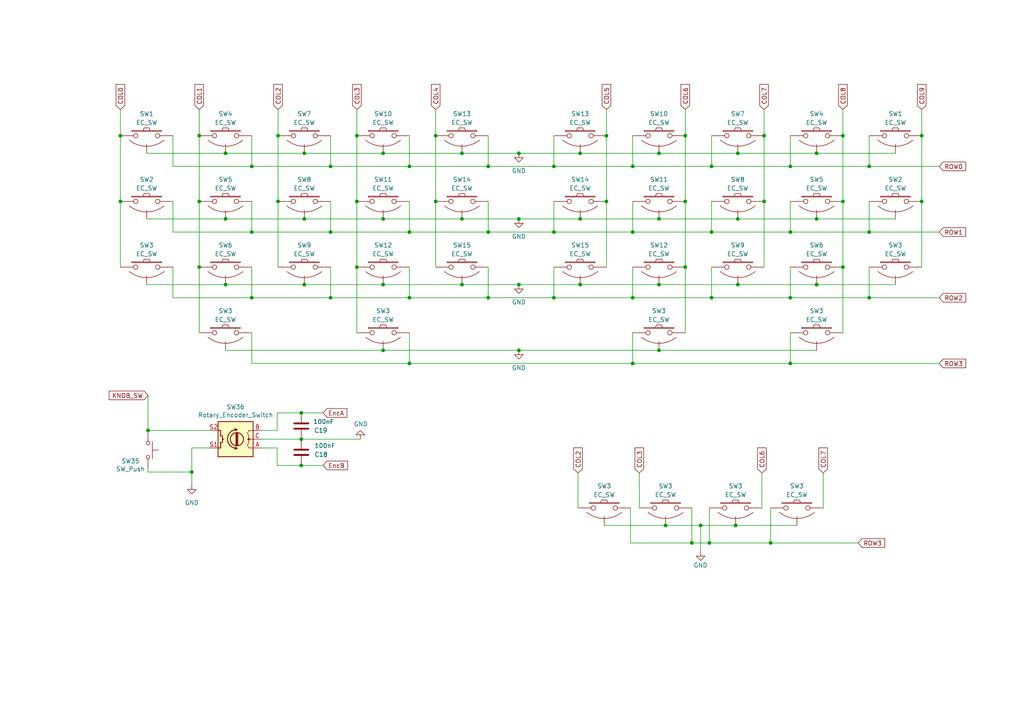
<source format=kicad_sch>
(kicad_sch (version 20230121) (generator eeschema)
  (paper "A4")
  (title_block (title "Le Capybara") (date "2023-09-01") (rev "0.2") (company "sporkus"))
  (lib_symbols
    (symbol "Device:C" (pin_numbers hide) (pin_names (offset 0.254))
      (property "Reference" "C" (at 0.635 2.54 0))
      (property "Value" "C" (at 0.635 -2.54 0))
      (symbol "C_0_1"
        (polyline (pts (xy -2.032 -0.762) (xy 2.032 -0.762)) (stroke (width 0.508)))
        (polyline (pts (xy -2.032 0.762) (xy 2.032 0.762)) (stroke (width 0.508)))
      )
      (symbol "C_1_1"
        (pin passive line (at 0 3.81 270) (length 2.794) (name "~") (number "1"))
        (pin passive line (at 0 -3.81 90) (length 2.794) (name "~") (number "2"))
      )
    )
    (symbol "LeChiffre-rescue:Rotary_Encoder_Switch-Device" (pin_names (offset 0.254) hide)
      (property "Reference" "SW" (at 0 6.604 0))
      (property "Value" "Rotary_Encoder_Switch-Device" (at 0 -6.604 0))
      (symbol "Rotary_Encoder_Switch-Device_0_1"
        (rectangle (start -5.08 5.08) (end 5.08 -5.08) (stroke (width 0.254)) (fill (type background)))
        (circle (center -3.81 0) (radius 0.254) (fill (type outline)))
        (arc (start -0.381 -2.794) (mid 2.3376 -0.0635) (end -0.381 2.667) (stroke (width 0.254)))
        (circle (center -0.381 0) (radius 1.905) (stroke (width 0.254)))
        (polyline (pts (xy -0.635 -1.778) (xy -0.635 1.778)) (stroke (width 0.254)))
        (polyline (pts (xy -0.381 -1.778) (xy -0.381 1.778)) (stroke (width 0.254)))
        (polyline (pts (xy -0.127 1.778) (xy -0.127 -1.778)) (stroke (width 0.254)))
        (polyline (pts (xy 3.81 0) (xy 3.429 0)) (stroke (width 0.254)))
        (polyline (pts (xy 3.81 1.016) (xy 3.81 -1.016)) (stroke (width 0.254)))
        (polyline (pts (xy -5.08 -2.54) (xy -3.81 -2.54) (xy -3.81 -2.032)))
        (polyline (pts (xy -5.08 2.54) (xy -3.81 2.54) (xy -3.81 2.032)))
        (polyline (pts (xy 0.254 -3.048) (xy -0.508 -2.794) (xy 0.127 -2.413)) (stroke (width 0.254)))
        (polyline (pts (xy 0.254 2.921) (xy -0.508 2.667) (xy 0.127 2.286)) (stroke (width 0.254)))
        (polyline (pts (xy 5.08 -2.54) (xy 4.318 -2.54) (xy 4.318 -1.016)) (stroke (width 0.254)))
        (polyline (pts (xy 5.08 2.54) (xy 4.318 2.54) (xy 4.318 1.016)) (stroke (width 0.254)))
        (polyline (pts (xy -5.08 0) (xy -3.81 0) (xy -3.81 -1.016) (xy -3.302 -2.032)))
        (polyline (pts (xy -4.318 0) (xy -3.81 0) (xy -3.81 1.016) (xy -3.302 2.032)))
        (circle (center 4.318 -1.016) (radius 0.127) (stroke (width 0.254)))
        (circle (center 4.318 1.016) (radius 0.127) (stroke (width 0.254)))
      )
      (symbol "Rotary_Encoder_Switch-Device_1_1"
        (pin passive line (at -7.62 2.54 0) (length 2.54) (name "A") (number "A"))
        (pin passive line (at -7.62 -2.54 0) (length 2.54) (name "B") (number "B"))
        (pin passive line (at -7.62 0 0) (length 2.54) (name "C") (number "C"))
        (pin passive line (at 7.62 2.54 180) (length 2.54) (name "S1") (number "S1"))
        (pin passive line (at 7.62 -2.54 180) (length 2.54) (name "S2") (number "S2"))
      )
    )
    (symbol "Switch:SW_Push" (pin_numbers hide) (pin_names (offset 1.016) hide)
      (property "Reference" "SW" (at 1.27 2.54 0))
      (property "Value" "SW_Push" (at 0 -1.524 0))
      (symbol "SW_Push_0_1"
        (circle (center -2.032 0) (radius 0.508))
        (polyline (pts (xy 0 1.27) (xy 0 3.048)))
        (polyline (pts (xy 2.54 1.27) (xy -2.54 1.27)))
        (circle (center 2.032 0) (radius 0.508))
        (pin passive line (at -5.08 0 0) (length 2.54) (name "1") (number "1"))
        (pin passive line (at 5.08 0 180) (length 2.54) (name "2") (number "2"))
      )
    )
    (symbol "cipulot_parts:EC_SW" (pin_numbers hide) (pin_names (offset 1.016) hide)
      (property "Reference" "SW" (at 3.81 2.794 0))
      (property "Value" "EC_SW" (at -3.81 3.81 0))
      (symbol "EC_SW_0_1"
        (arc (start -5.08 -1.27) (mid 0 -3.052) (end 5.08 -1.27))
        (rectangle (start -4.318 1.27) (end 4.318 1.524))
        (polyline (pts (xy -1.016 1.524) (xy -0.762 2.286) (xy 0.762 2.286) (xy 1.016 1.524)))
        (pin passive inverted (at -7.62 0 0) (length 5.08) (name "1") (number "1"))
        (pin passive inverted (at 7.62 0 180) (length 5.08) (name "2") (number "2"))
      )
      (symbol "EC_SW_1_1"
        (pin input line (at 0 -5.08 90) (length 2.54) (name "SG") (number "3"))
      )
    )
    (symbol "power:GND" (power) (pin_names (offset 0))
      (property "Value" "GND" (at 0 -3.81 0))
      (symbol "GND_0_1"
        (polyline (pts (xy 0 0) (xy 0 -1.27) (xy 1.27 -1.27) (xy 0 -2.54) (xy -1.27 -1.27) (xy 0 -1.27)))
      )
      (symbol "GND_1_1"
        (pin power_in line (at 0 0 270) (length 0) hide (name "GND") (number "1"))
      )
    )
  )
  (junction (at 221.615 58.42))
  (junction (at 65.405 82.55))
  (junction (at 206.375 86.36))
  (junction (at 111.125 82.55))
  (junction (at 150.495 44.45))
  (junction (at 88.265 82.55))
  (junction (at 236.855 44.45))
  (junction (at 175.895 58.42))
  (junction (at 206.375 67.31))
  (junction (at 73.025 86.36))
  (junction (at 80.645 39.37))
  (junction (at 150.495 63.5))
  (junction (at 87.376 119.761))
  (junction (at 118.745 105.41))
  (junction (at 213.995 82.55))
  (junction (at 183.515 67.31))
  (junction (at 150.495 82.55))
  (junction (at 87.376 135.001))
  (junction (at 126.365 39.37))
  (junction (at 141.605 86.36))
  (junction (at 198.755 39.37))
  (junction (at 34.925 58.42))
  (junction (at 57.785 77.47))
  (junction (at 267.335 58.42))
  (junction (at 200.66 157.48))
  (junction (at 103.505 77.47))
  (junction (at 73.025 67.31))
  (junction (at 213.36 152.4))
  (junction (at 193.04 152.4))
  (junction (at 191.135 82.55))
  (junction (at 229.235 67.31))
  (junction (at 252.095 67.31))
  (junction (at 88.265 63.5))
  (junction (at 244.475 58.42))
  (junction (at 244.475 39.37))
  (junction (at 221.615 39.37))
  (junction (at 95.885 67.31))
  (junction (at 95.885 86.36))
  (junction (at 34.925 39.37))
  (junction (at 223.52 157.48))
  (junction (at 168.275 82.55))
  (junction (at 111.125 63.5))
  (junction (at 87.376 127.381))
  (junction (at 88.265 44.45))
  (junction (at 168.275 44.45))
  (junction (at 118.745 48.26))
  (junction (at 191.135 101.6))
  (junction (at 205.74 157.48))
  (junction (at 126.365 58.42))
  (junction (at 183.515 48.26))
  (junction (at 229.235 105.41))
  (junction (at 267.335 39.37))
  (junction (at 133.985 82.55))
  (junction (at 55.626 136.906))
  (junction (at 111.125 101.6))
  (junction (at 206.375 48.26))
  (junction (at 191.135 63.5))
  (junction (at 213.995 63.5))
  (junction (at 244.475 77.47))
  (junction (at 183.515 105.41))
  (junction (at 198.755 77.47))
  (junction (at 133.985 63.5))
  (junction (at 103.505 58.42))
  (junction (at 141.605 48.26))
  (junction (at 73.025 48.26))
  (junction (at 160.655 67.31))
  (junction (at 168.275 63.5))
  (junction (at 103.505 39.37))
  (junction (at 252.095 86.36))
  (junction (at 198.755 58.42))
  (junction (at 57.785 39.37))
  (junction (at 160.655 86.36))
  (junction (at 118.745 86.36))
  (junction (at 203.2 152.4))
  (junction (at 42.926 124.841))
  (junction (at 111.125 44.45))
  (junction (at 95.885 48.26))
  (junction (at 213.995 44.45))
  (junction (at 229.235 86.36))
  (junction (at 252.095 48.26))
  (junction (at 65.405 44.45))
  (junction (at 133.985 44.45))
  (junction (at 150.495 101.6))
  (junction (at 141.605 67.31))
  (junction (at 65.405 63.5))
  (junction (at 80.645 58.42))
  (junction (at 160.655 48.26))
  (junction (at 183.515 86.36))
  (junction (at 118.745 67.31))
  (junction (at 191.135 44.45))
  (junction (at 236.855 63.5))
  (junction (at 236.855 82.55))
  (junction (at 175.895 39.37))
  (junction (at 57.785 58.42))
  (junction (at 229.235 48.26))
  (wire (pts (xy 206.375 48.26) (xy 183.515 48.26)))
  (wire (pts (xy 236.855 63.5) (xy 213.995 63.5)))
  (wire (pts (xy 87.376 135.001) (xy 80.391 135.001)))
  (wire (pts (xy 34.925 58.42) (xy 34.925 77.47)))
  (wire (pts (xy 88.265 44.45) (xy 111.125 44.45)))
  (wire (pts (xy 73.025 58.42) (xy 73.025 67.31)))
  (wire (pts (xy 50.165 77.47) (xy 50.165 86.36)))
  (wire (pts (xy 42.545 82.55) (xy 65.405 82.55)))
  (wire (pts (xy 252.095 39.37) (xy 252.095 48.26)))
  (wire (pts (xy 198.755 58.42) (xy 198.755 77.47)))
  (wire (pts (xy 42.926 124.841) (xy 60.706 124.841)))
  (wire (pts (xy 34.925 39.37) (xy 34.925 58.42)))
  (wire (pts (xy 191.135 63.5) (xy 168.275 63.5)))
  (wire (pts (xy 42.926 114.681) (xy 42.926 124.841)))
  (wire (pts (xy 272.415 105.41) (xy 229.235 105.41)))
  (wire (pts (xy 229.235 39.37) (xy 229.235 48.26)))
  (wire (pts (xy 57.785 77.47) (xy 57.785 96.52)))
  (wire (pts (xy 111.125 101.6) (xy 150.495 101.6)))
  (wire (pts (xy 73.025 96.52) (xy 73.025 105.41)))
  (wire (pts (xy 87.376 127.381) (xy 104.521 127.381)))
  (wire (pts (xy 191.135 101.6) (xy 236.855 101.6)))
  (wire (pts (xy 141.605 39.37) (xy 141.605 48.26)))
  (wire (pts (xy 229.235 86.36) (xy 206.375 86.36)))
  (wire (pts (xy 111.125 44.45) (xy 133.985 44.45)))
  (wire (pts (xy 183.515 105.41) (xy 229.235 105.41)))
  (wire (pts (xy 223.52 157.48) (xy 205.74 157.48)))
  (wire (pts (xy 267.335 31.75) (xy 267.335 39.37)))
  (wire (pts (xy 182.88 157.48) (xy 200.66 157.48)))
  (wire (pts (xy 236.855 82.55) (xy 213.995 82.55)))
  (wire (pts (xy 65.405 44.45) (xy 88.265 44.45)))
  (wire (pts (xy 229.235 67.31) (xy 206.375 67.31)))
  (wire (pts (xy 206.375 58.42) (xy 206.375 67.31)))
  (wire (pts (xy 259.715 82.55) (xy 236.855 82.55)))
  (wire (pts (xy 183.515 86.36) (xy 160.655 86.36)))
  (wire (pts (xy 200.66 157.48) (xy 200.66 147.32)))
  (wire (pts (xy 272.415 67.31) (xy 252.095 67.31)))
  (wire (pts (xy 141.605 86.36) (xy 160.655 86.36)))
  (wire (pts (xy 168.275 44.45) (xy 150.495 44.45)))
  (wire (pts (xy 55.626 129.921) (xy 60.706 129.921)))
  (wire (pts (xy 182.88 157.48) (xy 182.88 147.32)))
  (wire (pts (xy 141.605 58.42) (xy 141.605 67.31)))
  (wire (pts (xy 213.995 44.45) (xy 191.135 44.45)))
  (wire (pts (xy 80.391 135.001) (xy 80.391 129.921)))
  (wire (pts (xy 73.025 39.37) (xy 73.025 48.26)))
  (wire (pts (xy 272.415 48.26) (xy 252.095 48.26)))
  (wire (pts (xy 118.745 77.47) (xy 118.745 86.36)))
  (wire (pts (xy 183.515 67.31) (xy 160.655 67.31)))
  (wire (pts (xy 65.405 101.6) (xy 111.125 101.6)))
  (wire (pts (xy 229.235 77.47) (xy 229.235 86.36)))
  (wire (pts (xy 229.235 96.52) (xy 229.235 105.41)))
  (wire (pts (xy 200.66 157.48) (xy 205.74 157.48)))
  (wire (pts (xy 206.375 39.37) (xy 206.375 48.26)))
  (wire (pts (xy 103.505 31.75) (xy 103.505 39.37)))
  (wire (pts (xy 103.505 58.42) (xy 103.505 77.47)))
  (wire (pts (xy 80.645 39.37) (xy 80.645 58.42)))
  (wire (pts (xy 50.165 67.31) (xy 73.025 67.31)))
  (wire (pts (xy 87.376 135.001) (xy 93.726 135.001)))
  (wire (pts (xy 88.265 63.5) (xy 111.125 63.5)))
  (wire (pts (xy 267.335 58.42) (xy 267.335 77.47)))
  (wire (pts (xy 95.885 39.37) (xy 95.885 48.26)))
  (wire (pts (xy 95.885 67.31) (xy 118.745 67.31)))
  (wire (pts (xy 118.745 58.42) (xy 118.745 67.31)))
  (wire (pts (xy 267.335 39.37) (xy 267.335 58.42)))
  (wire (pts (xy 244.475 77.47) (xy 244.475 96.52)))
  (wire (pts (xy 213.995 82.55) (xy 191.135 82.55)))
  (wire (pts (xy 57.785 39.37) (xy 57.785 58.42)))
  (wire (pts (xy 252.095 48.26) (xy 229.235 48.26)))
  (wire (pts (xy 185.42 137.16) (xy 185.42 147.32)))
  (wire (pts (xy 95.885 86.36) (xy 118.745 86.36)))
  (wire (pts (xy 118.745 105.41) (xy 183.515 105.41)))
  (wire (pts (xy 252.095 67.31) (xy 229.235 67.31)))
  (wire (pts (xy 126.365 58.42) (xy 126.365 77.47)))
  (wire (pts (xy 95.885 58.42) (xy 95.885 67.31)))
  (wire (pts (xy 175.895 31.75) (xy 175.895 39.37)))
  (wire (pts (xy 220.98 137.16) (xy 220.98 147.32)))
  (wire (pts (xy 221.615 58.42) (xy 221.615 77.47)))
  (wire (pts (xy 118.745 96.52) (xy 118.745 105.41)))
  (wire (pts (xy 252.095 58.42) (xy 252.095 67.31)))
  (wire (pts (xy 50.165 58.42) (xy 50.165 67.31)))
  (wire (pts (xy 168.275 82.55) (xy 150.495 82.55)))
  (wire (pts (xy 88.265 82.55) (xy 111.125 82.55)))
  (wire (pts (xy 259.715 44.45) (xy 236.855 44.45)))
  (wire (pts (xy 42.926 124.841) (xy 42.926 125.476)))
  (wire (pts (xy 42.926 135.636) (xy 42.926 136.906)))
  (wire (pts (xy 206.375 77.47) (xy 206.375 86.36)))
  (wire (pts (xy 175.895 39.37) (xy 175.895 58.42)))
  (wire (pts (xy 126.365 39.37) (xy 126.365 58.42)))
  (wire (pts (xy 141.605 67.31) (xy 160.655 67.31)))
  (wire (pts (xy 80.391 119.761) (xy 87.376 119.761)))
  (wire (pts (xy 183.515 48.26) (xy 160.655 48.26)))
  (wire (pts (xy 57.785 58.42) (xy 57.785 77.47)))
  (wire (pts (xy 95.885 48.26) (xy 118.745 48.26)))
  (wire (pts (xy 103.505 77.47) (xy 103.505 96.52)))
  (wire (pts (xy 175.26 152.4) (xy 193.04 152.4)))
  (wire (pts (xy 160.655 39.37) (xy 160.655 48.26)))
  (wire (pts (xy 34.925 31.75) (xy 34.925 39.37)))
  (wire (pts (xy 244.475 39.37) (xy 244.475 58.42)))
  (wire (pts (xy 238.76 137.16) (xy 238.76 147.32)))
  (wire (pts (xy 160.655 58.42) (xy 160.655 67.31)))
  (wire (pts (xy 244.475 58.42) (xy 244.475 77.47)))
  (wire (pts (xy 73.025 48.26) (xy 95.885 48.26)))
  (wire (pts (xy 50.165 86.36) (xy 73.025 86.36)))
  (wire (pts (xy 80.645 58.42) (xy 80.645 77.47)))
  (wire (pts (xy 221.615 39.37) (xy 221.615 58.42)))
  (wire (pts (xy 150.495 101.6) (xy 191.135 101.6)))
  (wire (pts (xy 87.376 127.381) (xy 75.946 127.381)))
  (wire (pts (xy 42.926 136.906) (xy 55.626 136.906)))
  (wire (pts (xy 80.645 31.75) (xy 80.645 39.37)))
  (wire (pts (xy 65.405 82.55) (xy 88.265 82.55)))
  (wire (pts (xy 80.391 124.841) (xy 75.946 124.841)))
  (wire (pts (xy 203.2 152.4) (xy 213.36 152.4)))
  (wire (pts (xy 80.391 119.761) (xy 80.391 124.841)))
  (wire (pts (xy 103.505 39.37) (xy 103.505 58.42)))
  (wire (pts (xy 223.52 157.48) (xy 223.52 147.32)))
  (wire (pts (xy 118.745 86.36) (xy 141.605 86.36)))
  (wire (pts (xy 183.515 96.52) (xy 183.515 105.41)))
  (wire (pts (xy 65.405 63.5) (xy 88.265 63.5)))
  (wire (pts (xy 95.885 77.47) (xy 95.885 86.36)))
  (wire (pts (xy 168.275 63.5) (xy 150.495 63.5)))
  (wire (pts (xy 42.545 44.45) (xy 65.405 44.45)))
  (wire (pts (xy 118.745 48.26) (xy 141.605 48.26)))
  (wire (pts (xy 118.745 39.37) (xy 118.745 48.26)))
  (wire (pts (xy 87.376 119.761) (xy 93.726 119.761)))
  (wire (pts (xy 150.495 63.5) (xy 133.985 63.5)))
  (wire (pts (xy 175.895 58.42) (xy 175.895 77.47)))
  (wire (pts (xy 259.715 63.5) (xy 236.855 63.5)))
  (wire (pts (xy 141.605 48.26) (xy 160.655 48.26)))
  (wire (pts (xy 231.14 152.4) (xy 213.36 152.4)))
  (wire (pts (xy 73.025 86.36) (xy 95.885 86.36)))
  (wire (pts (xy 203.2 160.02) (xy 203.2 152.4)))
  (wire (pts (xy 141.605 77.47) (xy 141.605 86.36)))
  (wire (pts (xy 55.626 140.716) (xy 55.626 136.906)))
  (wire (pts (xy 206.375 67.31) (xy 183.515 67.31)))
  (wire (pts (xy 193.04 152.4) (xy 203.2 152.4)))
  (wire (pts (xy 42.545 63.5) (xy 65.405 63.5)))
  (wire (pts (xy 236.855 44.45) (xy 213.995 44.45)))
  (wire (pts (xy 183.515 77.47) (xy 183.515 86.36)))
  (wire (pts (xy 50.165 39.37) (xy 50.165 48.26)))
  (wire (pts (xy 55.626 136.906) (xy 55.626 129.921)))
  (wire (pts (xy 118.745 105.41) (xy 73.025 105.41)))
  (wire (pts (xy 191.135 82.55) (xy 168.275 82.55)))
  (wire (pts (xy 252.095 77.47) (xy 252.095 86.36)))
  (wire (pts (xy 73.025 67.31) (xy 95.885 67.31)))
  (wire (pts (xy 167.64 137.16) (xy 167.64 147.32)))
  (wire (pts (xy 229.235 48.26) (xy 206.375 48.26)))
  (wire (pts (xy 126.365 31.75) (xy 126.365 39.37)))
  (wire (pts (xy 50.165 48.26) (xy 73.025 48.26)))
  (wire (pts (xy 111.125 63.5) (xy 133.985 63.5)))
  (wire (pts (xy 223.52 157.48) (xy 248.92 157.48)))
  (wire (pts (xy 206.375 86.36) (xy 183.515 86.36)))
  (wire (pts (xy 198.755 39.37) (xy 198.755 58.42)))
  (wire (pts (xy 198.755 31.75) (xy 198.755 39.37)))
  (wire (pts (xy 191.135 44.45) (xy 168.275 44.45)))
  (wire (pts (xy 111.125 82.55) (xy 133.985 82.55)))
  (wire (pts (xy 118.745 67.31) (xy 141.605 67.31)))
  (wire (pts (xy 160.655 77.47) (xy 160.655 86.36)))
  (wire (pts (xy 80.391 129.921) (xy 75.946 129.921)))
  (wire (pts (xy 272.415 86.36) (xy 252.095 86.36)))
  (wire (pts (xy 229.235 58.42) (xy 229.235 67.31)))
  (wire (pts (xy 73.025 77.47) (xy 73.025 86.36)))
  (wire (pts (xy 183.515 39.37) (xy 183.515 48.26)))
  (wire (pts (xy 198.755 77.47) (xy 198.755 96.52)))
  (wire (pts (xy 213.995 63.5) (xy 191.135 63.5)))
  (wire (pts (xy 183.515 58.42) (xy 183.515 67.31)))
  (wire (pts (xy 205.74 157.48) (xy 205.74 147.32)))
  (wire (pts (xy 244.475 31.75) (xy 244.475 39.37)))
  (wire (pts (xy 252.095 86.36) (xy 229.235 86.36)))
  (wire (pts (xy 150.495 82.55) (xy 133.985 82.55)))
  (wire (pts (xy 150.495 44.45) (xy 133.985 44.45)))
  (wire (pts (xy 221.615 31.75) (xy 221.615 39.37)))
  (wire (pts (xy 57.785 31.75) (xy 57.785 39.37)))
  (global_label "ROW2" (shape input) (at 272.415 86.36 0) (property "Intersheetrefs" "${INTERSHEET_REFS}" (effects hide)))
  (global_label "COL2" (shape input) (at 167.64 137.16 90) (property "Intersheetrefs" "${INTERSHEET_REFS}" (effects hide)))
  (global_label "EncB" (shape input) (at 93.726 135.001 0) (property "Intersheetrefs" "${INTERSHEET_REFS}" (effects hide)))
  (global_label "COL7" (shape input) (at 221.615 31.75 90) (property "Intersheetrefs" "${INTERSHEET_REFS}" (effects hide)))
  (global_label "COL1" (shape input) (at 57.785 31.75 90) (property "Intersheetrefs" "${INTERSHEET_REFS}" (effects hide)))
  (global_label "COL2" (shape input) (at 80.645 31.75 90) (property "Intersheetrefs" "${INTERSHEET_REFS}" (effects hide)))
  (global_label "COL8" (shape input) (at 244.475 31.75 90) (property "Intersheetrefs" "${INTERSHEET_REFS}" (effects hide)))
  (global_label "ROW3" (shape input) (at 272.415 105.41 0) (property "Intersheetrefs" "${INTERSHEET_REFS}" (effects hide)))
  (global_label "COL9" (shape input) (at 267.335 31.75 90) (property "Intersheetrefs" "${INTERSHEET_REFS}" (effects hide)))
  (global_label "KNOB_SW" (shape input) (at 42.926 114.681 180) (property "Intersheetrefs" "${INTERSHEET_REFS}" (effects hide)))
  (global_label "COL0" (shape input) (at 34.925 31.75 90) (property "Intersheetrefs" "${INTERSHEET_REFS}" (effects hide)))
  (global_label "COL3" (shape input) (at 103.505 31.75 90) (property "Intersheetrefs" "${INTERSHEET_REFS}" (effects hide)))
  (global_label "ROW3" (shape input) (at 248.92 157.48 0) (property "Intersheetrefs" "${INTERSHEET_REFS}" (effects hide)))
  (global_label "ROW1" (shape input) (at 272.415 67.31 0) (property "Intersheetrefs" "${INTERSHEET_REFS}" (effects hide)))
  (global_label "COL7" (shape input) (at 238.76 137.16 90) (property "Intersheetrefs" "${INTERSHEET_REFS}" (effects hide)))
  (global_label "COL3" (shape input) (at 185.42 137.16 90) (property "Intersheetrefs" "${INTERSHEET_REFS}" (effects hide)))
  (global_label "COL6" (shape input) (at 220.98 137.16 90) (property "Intersheetrefs" "${INTERSHEET_REFS}" (effects hide)))
  (global_label "COL6" (shape input) (at 198.755 31.75 90) (property "Intersheetrefs" "${INTERSHEET_REFS}" (effects hide)))
  (global_label "ROW0" (shape input) (at 272.415 48.26 0) (property "Intersheetrefs" "${INTERSHEET_REFS}" (effects hide)))
  (global_label "EncA" (shape input) (at 93.726 119.761 0) (property "Intersheetrefs" "${INTERSHEET_REFS}" (effects hide)))
  (global_label "COL5" (shape input) (at 175.895 31.75 90) (property "Intersheetrefs" "${INTERSHEET_REFS}" (effects hide)))
  (global_label "COL4" (shape input) (at 126.365 31.75 90) (property "Intersheetrefs" "${INTERSHEET_REFS}" (effects hide)))
  (symbol (lib_id "power:GND") (at 150.495 101.6 0) (unit 1)
    (property "Reference" "#PWR026" (effects hide))
    (property "Value" "GND" (at 150.495 106.68 0))
  )
  (symbol (lib_id "cipulot_parts:EC_SW") (at 191.135 96.52 0) (mirror y) (unit 1)
    (property "Reference" "SW3" (at 191.135 90.17 0))
    (property "Value" "EC_SW" (at 191.135 92.71 0))
    (property "Footprint" "capacitive_sensors:capy_pad_2U_90deg" (effects hide))
    (instances (project "tako" (path "" (reference "SW3") (unit 1))) (project "tako" (path "" (reference "SW17") (unit 1))) (project "le_zapybara" (path "" (reference "SW33") (unit 1))))
  )
  (symbol (lib_id "Switch:SW_Push") (at 42.926 130.556 270) (unit 1)
    (property "Reference" "SW35" (at 37.846 133.731 90))
    (property "Value" "SW_Push" (at 37.846 136.0424 90))
    (property "Footprint" "modified_footprints:MX-Solderable-1U" (effects hide))
    (instances (project "le_zapybara" (path "" (reference "SW35") (unit 1))) (project "LeChiffre" (path "" (reference "SW?") (unit 1))))
  )
  (symbol (lib_id "cipulot_parts:EC_SW") (at 133.985 39.37 0) (unit 1) (in_bom no)
    (property "Reference" "SW13" (at 133.985 33.02 0))
    (property "Value" "EC_SW" (at 133.985 35.56 0))
    (property "Footprint" "capacitive_sensors:capy_pad_1U_90deg" (effects hide))
    (instances (project "tako" (path "" (reference "SW13") (unit 1))) (project "tako" (path "" (reference "SW5") (unit 1))) (project "le_zapybara" (path "" (reference "SW5") (unit 1))))
  )
  (symbol (lib_id "cipulot_parts:EC_SW") (at 133.985 58.42 0) (unit 1) (in_bom no)
    (property "Reference" "SW14" (at 133.985 52.07 0))
    (property "Value" "EC_SW" (at 133.985 54.61 0))
    (property "Footprint" "capacitive_sensors:capy_pad_1U_90deg" (effects hide))
    (instances (project "tako" (path "" (reference "SW14") (unit 1))) (project "tako" (path "" (reference "SW10") (unit 1))) (project "le_zapybara" (path "" (reference "SW15") (unit 1))))
  )
  (symbol (lib_id "cipulot_parts:EC_SW") (at 65.405 58.42 0) (unit 1) (in_bom no)
    (property "Reference" "SW5" (at 65.405 52.07 0))
    (property "Value" "EC_SW" (at 65.405 54.61 0))
    (property "Footprint" "capacitive_sensors:capy_pad_1U_90deg" (effects hide))
    (instances (project "tako" (path "" (reference "SW5") (unit 1))) (project "tako" (path "" (reference "SW7") (unit 1))) (project "le_zapybara" (path "" (reference "SW12") (unit 1))))
  )
  (symbol (lib_id "power:GND") (at 150.495 44.45 0) (unit 1)
    (property "Reference" "#PWR02" (effects hide))
    (property "Value" "GND" (at 150.495 49.53 0))
  )
  (symbol (lib_id "cipulot_parts:EC_SW") (at 88.265 77.47 0) (unit 1) (in_bom no)
    (property "Reference" "SW9" (at 88.265 71.12 0))
    (property "Value" "EC_SW" (at 88.265 73.66 0))
    (property "Footprint" "capacitive_sensors:capy_pad_1U_90deg" (effects hide))
    (instances (project "tako" (path "" (reference "SW9") (unit 1))) (project "tako" (path "" (reference "SW13") (unit 1))) (project "le_zapybara" (path "" (reference "SW23") (unit 1))))
  )
  (symbol (lib_id "cipulot_parts:EC_SW") (at 88.265 58.42 0) (unit 1) (in_bom no)
    (property "Reference" "SW8" (at 88.265 52.07 0))
    (property "Value" "EC_SW" (at 88.265 54.61 0))
    (property "Footprint" "capacitive_sensors:capy_pad_1U_90deg" (effects hide))
    (instances (project "tako" (path "" (reference "SW8") (unit 1))) (project "tako" (path "" (reference "SW8") (unit 1))) (project "le_zapybara" (path "" (reference "SW13") (unit 1))))
  )
  (symbol (lib_id "Device:C") (at 87.376 131.191 0) (mirror x) (unit 1)
    (property "Reference" "C18" (at 91.186 131.826 0) (effects (justify left)))
    (property "Value" "100nF" (at 91.186 129.286 0) (effects (justify left)))
    (property "Footprint" "Capacitor_SMD:C_0402_1005Metric" (effects hide))
    (property "LCSC" "C307331" (effects hide))
    (instances (project "key_matrix" (path "" (reference "C18") (unit 1))) (project "bully" (path "" (reference "C18") (unit 1))) (project "le_zapybara" (path "" (reference "C9") (unit 1))))
  )
  (symbol (lib_id "cipulot_parts:EC_SW") (at 168.275 77.47 0) (mirror y) (unit 1) (in_bom no)
    (property "Reference" "SW15" (at 168.275 71.12 0))
    (property "Value" "EC_SW" (at 168.275 73.66 0))
    (property "Footprint" "capacitive_sensors:capy_pad_1U_90deg" (effects hide))
    (instances (project "tako" (path "" (reference "SW15") (unit 1))) (project "tako" (path "" (reference "SW15") (unit 1))) (project "le_zapybara" (path "" (reference "SW26") (unit 1))))
  )
  (symbol (lib_id "power:GND") (at 55.626 140.716 0) (mirror y) (unit 1)
    (property "Reference" "#PWR037" (effects hide))
    (property "Value" "GND" (at 55.626 145.796 0))
  )
  (symbol (lib_id "cipulot_parts:EC_SW") (at 236.855 77.47 0) (mirror y) (unit 1) (in_bom no)
    (property "Reference" "SW6" (at 236.855 71.12 0))
    (property "Value" "EC_SW" (at 236.855 73.66 0))
    (property "Footprint" "capacitive_sensors:capy_pad_1U_90deg" (effects hide))
    (instances (project "tako" (path "" (reference "SW6") (unit 1))) (project "tako" (path "" (reference "SW12") (unit 1))) (project "le_zapybara" (path "" (reference "SW29") (unit 1))))
  )
  (symbol (lib_id "cipulot_parts:EC_SW") (at 65.405 96.52 0) (mirror y) (unit 1) (in_bom no)
    (property "Reference" "SW3" (at 65.405 90.17 0))
    (property "Value" "EC_SW" (at 65.405 92.71 0))
    (property "Footprint" "capacitive_sensors:ecs_pad_combo_0.125u_offset" (effects hide))
    (instances (project "tako" (path "" (reference "SW3") (unit 1))) (project "tako" (path "" (reference "SW16") (unit 1))) (project "le_zapybara" (path "" (reference "SW31") (unit 1))))
  )
  (symbol (lib_id "cipulot_parts:EC_SW") (at 111.125 96.52 0) (mirror y) (unit 1)
    (property "Reference" "SW3" (at 111.125 90.17 0))
    (property "Value" "EC_SW" (at 111.125 92.71 0))
    (property "Footprint" "capacitive_sensors:capy_pad_2U_90deg" (effects hide))
    (instances (project "tako" (path "" (reference "SW3") (unit 1))) (project "tako" (path "" (reference "SW17") (unit 1))) (project "le_zapybara" (path "" (reference "SW32") (unit 1))))
  )
  (symbol (lib_id "cipulot_parts:EC_SW") (at 111.125 58.42 0) (unit 1) (in_bom no)
    (property "Reference" "SW11" (at 111.125 52.07 0))
    (property "Value" "EC_SW" (at 111.125 54.61 0))
    (property "Footprint" "capacitive_sensors:capy_pad_1U_90deg" (effects hide))
    (instances (project "tako" (path "" (reference "SW11") (unit 1))) (project "tako" (path "" (reference "SW9") (unit 1))) (project "le_zapybara" (path "" (reference "SW14") (unit 1))))
  )
  (symbol (lib_id "cipulot_parts:EC_SW") (at 88.265 39.37 0) (unit 1) (in_bom no)
    (property "Reference" "SW7" (at 88.265 33.02 0))
    (property "Value" "EC_SW" (at 88.265 35.56 0))
    (property "Footprint" "capacitive_sensors:capy_pad_1U_90deg" (effects hide))
    (instances (project "tako" (path "" (reference "SW7") (unit 1))) (project "tako" (path "" (reference "SW3") (unit 1))) (project "le_zapybara" (path "" (reference "SW3") (unit 1))))
  )
  (symbol (lib_id "cipulot_parts:EC_SW") (at 231.14 147.32 0) (unit 1)
    (property "Reference" "SW3" (at 231.14 140.97 0))
    (property "Value" "EC_SW" (at 231.14 143.51 0))
    (property "Footprint" "capacitive_sensors:ec_pad_1U_90deg" (effects hide))
    (instances (project "tako" (path "" (reference "SW3") (unit 1))) (project "tako" (path "" (reference "SW17") (unit 1))) (project "le_zapybara" (path "" (reference "SW42") (unit 1))))
  )
  (symbol (lib_id "cipulot_parts:EC_SW") (at 259.715 77.47 0) (mirror y) (unit 1) (in_bom no)
    (property "Reference" "SW3" (at 259.715 71.12 0))
    (property "Value" "EC_SW" (at 259.715 73.66 0))
    (property "Footprint" "capacitive_sensors:capy_pad_1U_90deg" (effects hide))
    (instances (project "tako" (path "" (reference "SW3") (unit 1))) (project "tako" (path "" (reference "SW11") (unit 1))) (project "le_zapybara" (path "" (reference "SW30") (unit 1))))
  )
  (symbol (lib_id "cipulot_parts:EC_SW") (at 168.275 39.37 0) (mirror y) (unit 1) (in_bom no)
    (property "Reference" "SW13" (at 168.275 33.02 0))
    (property "Value" "EC_SW" (at 168.275 35.56 0))
    (property "Footprint" "capacitive_sensors:capy_pad_1U_90deg" (effects hide))
    (instances (project "tako" (path "" (reference "SW13") (unit 1))) (project "tako" (path "" (reference "SW5") (unit 1))) (project "le_zapybara" (path "" (reference "SW6") (unit 1))))
  )
  (symbol (lib_id "cipulot_parts:EC_SW") (at 259.715 39.37 0) (mirror y) (unit 1) (in_bom no)
    (property "Reference" "SW1" (at 259.715 33.02 0))
    (property "Value" "EC_SW" (at 259.715 35.56 0))
    (property "Footprint" "capacitive_sensors:capy_pad_1U_90deg" (effects hide))
    (instances (project "tako" (path "" (reference "SW1") (unit 1))) (project "tako" (path "" (reference "SW1") (unit 1))) (project "le_zapybara" (path "" (reference "SW10") (unit 1))))
  )
  (symbol (lib_id "cipulot_parts:EC_SW") (at 42.545 77.47 0) (unit 1) (in_bom no)
    (property "Reference" "SW3" (at 42.545 71.12 0))
    (property "Value" "EC_SW" (at 42.545 73.66 0))
    (property "Footprint" "capacitive_sensors:capy_pad_1U_90deg" (effects hide))
    (instances (project "tako" (path "" (reference "SW3") (unit 1))) (project "tako" (path "" (reference "SW11") (unit 1))) (project "le_zapybara" (path "" (reference "SW21") (unit 1))))
  )
  (symbol (lib_id "Device:C") (at 87.376 123.571 0) (unit 1)
    (property "Reference" "C19" (at 94.996 124.841 0) (effects (justify right)))
    (property "Value" "100nF" (at 96.901 122.301 0) (effects (justify right)))
    (property "Footprint" "Capacitor_SMD:C_0402_1005Metric" (effects hide))
    (property "LCSC" "C307331" (effects hide))
    (instances (project "key_matrix" (path "" (reference "C19") (unit 1))) (project "bully" (path "" (reference "C19") (unit 1))) (project "le_zapybara" (path "" (reference "C10") (unit 1))))
  )
  (symbol (lib_id "cipulot_parts:EC_SW") (at 168.275 58.42 0) (unit 1) (in_bom no)
    (property "Reference" "SW14" (at 168.275 52.07 0))
    (property "Value" "EC_SW" (at 168.275 54.61 0))
    (property "Footprint" "capacitive_sensors:capy_pad_1U_90deg" (effects hide))
    (instances (project "tako" (path "" (reference "SW14") (unit 1))) (project "tako" (path "" (reference "SW10") (unit 1))) (project "le_zapybara" (path "" (reference "SW16") (unit 1))))
  )
  (symbol (lib_id "cipulot_parts:EC_SW") (at 191.135 77.47 0) (mirror y) (unit 1) (in_bom no)
    (property "Reference" "SW12" (at 191.135 71.12 0))
    (property "Value" "EC_SW" (at 191.135 73.66 0))
    (property "Footprint" "capacitive_sensors:capy_pad_1U_90deg" (effects hide))
    (instances (project "tako" (path "" (reference "SW12") (unit 1))) (project "tako" (path "" (reference "SW14") (unit 1))) (project "le_zapybara" (path "" (reference "SW27") (unit 1))))
  )
  (symbol (lib_id "cipulot_parts:EC_SW") (at 236.855 39.37 0) (mirror y) (unit 1) (in_bom no)
    (property "Reference" "SW4" (at 236.855 33.02 0))
    (property "Value" "EC_SW" (at 236.855 35.56 0))
    (property "Footprint" "capacitive_sensors:capy_pad_1U_90deg" (effects hide))
    (instances (project "tako" (path "" (reference "SW4") (unit 1))) (project "tako" (path "" (reference "SW2") (unit 1))) (project "le_zapybara" (path "" (reference "SW9") (unit 1))))
  )
  (symbol (lib_id "cipulot_parts:EC_SW") (at 236.855 96.52 0) (mirror y) (unit 1) (in_bom no)
    (property "Reference" "SW3" (at 236.855 90.17 0))
    (property "Value" "EC_SW" (at 236.855 92.71 0))
    (property "Footprint" "capacitive_sensors:ecs_pad_combo_0.125u_offset" (effects hide))
    (instances (project "tako" (path "" (reference "SW3") (unit 1))) (project "tako" (path "" (reference "SW16") (unit 1))) (project "le_zapybara" (path "" (reference "SW34") (unit 1))))
  )
  (symbol (lib_id "cipulot_parts:EC_SW") (at 213.995 77.47 0) (mirror y) (unit 1) (in_bom no)
    (property "Reference" "SW9" (at 213.995 71.12 0))
    (property "Value" "EC_SW" (at 213.995 73.66 0))
    (property "Footprint" "capacitive_sensors:capy_pad_1U_90deg" (effects hide))
    (instances (project "tako" (path "" (reference "SW9") (unit 1))) (project "tako" (path "" (reference "SW13") (unit 1))) (project "le_zapybara" (path "" (reference "SW28") (unit 1))))
  )
  (symbol (lib_id "power:GND") (at 150.495 63.5 0) (unit 1)
    (property "Reference" "#PWR024" (effects hide))
    (property "Value" "GND" (at 150.495 68.58 0))
  )
  (symbol (lib_id "cipulot_parts:EC_SW") (at 193.04 147.32 0) (mirror y) (unit 1)
    (property "Reference" "SW3" (at 193.04 140.97 0))
    (property "Value" "EC_SW" (at 193.04 143.51 0))
    (property "Footprint" "capacitive_sensors:ec_pad_1U_90deg" (effects hide))
    (instances (project "tako" (path "" (reference "SW3") (unit 1))) (project "tako" (path "" (reference "SW17") (unit 1))) (project "le_zapybara" (path "" (reference "SW40") (unit 1))))
  )
  (symbol (lib_id "cipulot_parts:EC_SW") (at 213.995 39.37 0) (mirror y) (unit 1) (in_bom no)
    (property "Reference" "SW7" (at 213.995 33.02 0))
    (property "Value" "EC_SW" (at 213.995 35.56 0))
    (property "Footprint" "capacitive_sensors:capy_pad_1U_90deg" (effects hide))
    (instances (project "tako" (path "" (reference "SW7") (unit 1))) (project "tako" (path "" (reference "SW3") (unit 1))) (project "le_zapybara" (path "" (reference "SW8") (unit 1))))
  )
  (symbol (lib_id "power:GND") (at 104.521 127.381 0) (mirror x) (unit 1)
    (property "Reference" "#PWR027" (effects hide))
    (property "Value" "GND" (at 104.648 122.9868 0))
    (instances (project "le_zapybara" (path "" (reference "#PWR027") (unit 1))) (project "LeChiffre" (path "" (reference "#PWR?") (unit 1))))
  )
  (symbol (lib_id "cipulot_parts:EC_SW") (at 65.405 39.37 0) (unit 1) (in_bom no)
    (property "Reference" "SW4" (at 65.405 33.02 0))
    (property "Value" "EC_SW" (at 65.405 35.56 0))
    (property "Footprint" "capacitive_sensors:capy_pad_1U_90deg" (effects hide))
    (instances (project "tako" (path "" (reference "SW4") (unit 1))) (project "tako" (path "" (reference "SW2") (unit 1))) (project "le_zapybara" (path "" (reference "SW2") (unit 1))))
  )
  (symbol (lib_id "LeChiffre-rescue:Rotary_Encoder_Switch-Device") (at 68.326 127.381 180) (unit 1) (in_bom no)
    (property "Reference" "SW36" (at 68.326 118.0592 0))
    (property "Value" "Rotary_Encoder_Switch" (at 68.326 120.3706 0))
    (property "Footprint" "modified_footprints:ROT_Alps_EC11E-Switch" (effects hide))
    (instances (project "le_zapybara" (path "" (reference "SW36") (unit 1))) (project "LeChiffre" (path "" (reference "SW?") (unit 1))))
  )
  (symbol (lib_id "cipulot_parts:EC_SW") (at 133.985 77.47 0) (unit 1) (in_bom no)
    (property "Reference" "SW15" (at 133.985 71.12 0))
    (property "Value" "EC_SW" (at 133.985 73.66 0))
    (property "Footprint" "capacitive_sensors:capy_pad_1U_90deg" (effects hide))
    (instances (project "tako" (path "" (reference "SW15") (unit 1))) (project "tako" (path "" (reference "SW15") (unit 1))) (project "le_zapybara" (path "" (reference "SW25") (unit 1))))
  )
  (symbol (lib_id "power:GND") (at 150.495 82.55 0) (unit 1)
    (property "Reference" "#PWR025" (effects hide))
    (property "Value" "GND" (at 150.495 87.63 0))
  )
  (symbol (lib_id "power:GND") (at 203.2 160.02 0) (unit 1)
    (property "Reference" "#PWR041" (effects hide))
    (property "Value" "GND" (at 203.1813 163.9587 0))
  )
  (symbol (lib_id "cipulot_parts:EC_SW") (at 191.135 39.37 0) (mirror y) (unit 1) (in_bom no)
    (property "Reference" "SW10" (at 191.135 33.02 0))
    (property "Value" "EC_SW" (at 191.135 35.56 0))
    (property "Footprint" "capacitive_sensors:capy_pad_1U_90deg" (effects hide))
    (instances (project "tako" (path "" (reference "SW10") (unit 1))) (project "tako" (path "" (reference "SW4") (unit 1))) (project "le_zapybara" (path "" (reference "SW7") (unit 1))))
  )
  (symbol (lib_id "cipulot_parts:EC_SW") (at 236.855 58.42 0) (mirror y) (unit 1) (in_bom no)
    (property "Reference" "SW5" (at 236.855 52.07 0))
    (property "Value" "EC_SW" (at 236.855 54.61 0))
    (property "Footprint" "capacitive_sensors:capy_pad_1U_90deg" (effects hide))
    (instances (project "tako" (path "" (reference "SW5") (unit 1))) (project "tako" (path "" (reference "SW7") (unit 1))) (project "le_zapybara" (path "" (reference "SW19") (unit 1))))
  )
  (symbol (lib_id "cipulot_parts:EC_SW") (at 175.26 147.32 0) (mirror y) (unit 1)
    (property "Reference" "SW3" (at 175.26 140.97 0))
    (property "Value" "EC_SW" (at 175.26 143.51 0))
    (property "Footprint" "capacitive_sensors:ec_pad_1U_90deg" (effects hide))
    (instances (project "tako" (path "" (reference "SW3") (unit 1))) (project "tako" (path "" (reference "SW17") (unit 1))) (project "le_zapybara" (path "" (reference "SW39") (unit 1))))
  )
  (symbol (lib_id "cipulot_parts:EC_SW") (at 42.545 39.37 0) (unit 1) (in_bom no)
    (property "Reference" "SW1" (at 42.545 33.02 0))
    (property "Value" "EC_SW" (at 42.545 35.56 0))
    (property "Footprint" "capacitive_sensors:capy_pad_1U_90deg" (effects hide))
  )
  (symbol (lib_id "cipulot_parts:EC_SW") (at 42.545 58.42 0) (unit 1) (in_bom no)
    (property "Reference" "SW2" (at 42.545 52.07 0))
    (property "Value" "EC_SW" (at 42.545 54.61 0))
    (property "Footprint" "capacitive_sensors:capy_pad_1U_90deg" (effects hide))
    (instances (project "tako" (path "" (reference "SW2") (unit 1))) (project "tako" (path "" (reference "SW6") (unit 1))) (project "le_zapybara" (path "" (reference "SW11") (unit 1))))
  )
  (symbol (lib_id "cipulot_parts:EC_SW") (at 111.125 77.47 0) (unit 1) (in_bom no)
    (property "Reference" "SW12" (at 111.125 71.12 0))
    (property "Value" "EC_SW" (at 111.125 73.66 0))
    (property "Footprint" "capacitive_sensors:capy_pad_1U_90deg" (effects hide))
    (instances (project "tako" (path "" (reference "SW12") (unit 1))) (project "tako" (path "" (reference "SW14") (unit 1))) (project "le_zapybara" (path "" (reference "SW24") (unit 1))))
  )
  (symbol (lib_id "cipulot_parts:EC_SW") (at 213.995 58.42 0) (mirror y) (unit 1) (in_bom no)
    (property "Reference" "SW8" (at 213.995 52.07 0))
    (property "Value" "EC_SW" (at 213.995 54.61 0))
    (property "Footprint" "capacitive_sensors:capy_pad_1U_90deg" (effects hide))
    (instances (project "tako" (path "" (reference "SW8") (unit 1))) (project "tako" (path "" (reference "SW8") (unit 1))) (project "le_zapybara" (path "" (reference "SW18") (unit 1))))
  )
  (symbol (lib_id "cipulot_parts:EC_SW") (at 111.125 39.37 0) (unit 1) (in_bom no)
    (property "Reference" "SW10" (at 111.125 33.02 0))
    (property "Value" "EC_SW" (at 111.125 35.56 0))
    (property "Footprint" "capacitive_sensors:capy_pad_1U_90deg" (effects hide))
    (instances (project "tako" (path "" (reference "SW10") (unit 1))) (project "tako" (path "" (reference "SW4") (unit 1))) (project "le_zapybara" (path "" (reference "SW4") (unit 1))))
  )
  (symbol (lib_id "cipulot_parts:EC_SW") (at 65.405 77.47 0) (unit 1) (in_bom no)
    (property "Reference" "SW6" (at 65.405 71.12 0))
    (property "Value" "EC_SW" (at 65.405 73.66 0))
    (property "Footprint" "capacitive_sensors:capy_pad_1U_90deg" (effects hide))
    (instances (project "tako" (path "" (reference "SW6") (unit 1))) (project "tako" (path "" (reference "SW12") (unit 1))) (project "le_zapybara" (path "" (reference "SW22") (unit 1))))
  )
  (symbol (lib_id "cipulot_parts:EC_SW") (at 213.36 147.32 0) (unit 1)
    (property "Reference" "SW3" (at 213.36 140.97 0))
    (property "Value" "EC_SW" (at 213.36 143.51 0))
    (property "Footprint" "capacitive_sensors:ec_pad_1U_90deg" (effects hide))
    (instances (project "tako" (path "" (reference "SW3") (unit 1))) (project "tako" (path "" (reference "SW17") (unit 1))) (project "le_zapybara" (path "" (reference "SW43") (unit 1))))
  )
  (symbol (lib_id "cipulot_parts:EC_SW") (at 191.135 58.42 0) (mirror y) (unit 1) (in_bom no)
    (property "Reference" "SW11" (at 191.135 52.07 0))
    (property "Value" "EC_SW" (at 191.135 54.61 0))
    (property "Footprint" "capacitive_sensors:capy_pad_1U_90deg" (effects hide))
    (instances (project "tako" (path "" (reference "SW11") (unit 1))) (project "tako" (path "" (reference "SW9") (unit 1))) (project "le_zapybara" (path "" (reference "SW17") (unit 1))))
  )
  (symbol (lib_id "cipulot_parts:EC_SW") (at 259.715 58.42 0) (mirror y) (unit 1) (in_bom no)
    (property "Reference" "SW2" (at 259.715 52.07 0))
    (property "Value" "EC_SW" (at 259.715 54.61 0))
    (property "Footprint" "capacitive_sensors:capy_pad_1U_90deg" (effects hide))
    (instances (project "tako" (path "" (reference "SW2") (unit 1))) (project "tako" (path "" (reference "SW6") (unit 1))) (project "le_zapybara" (path "" (reference "SW20") (unit 1))))
  )
)
</source>
